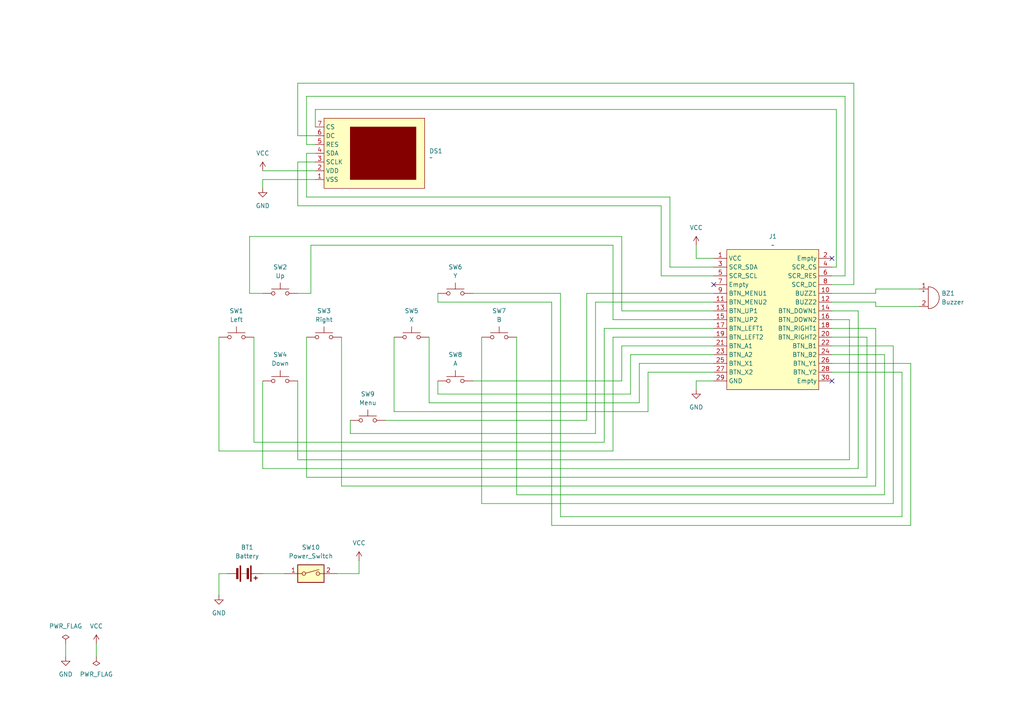
<source format=kicad_sch>
(kicad_sch (version 20250114) (generator "eeschema") (generator_version "9.0")
  (paper "A4")
  (title_block (title "ModuPlay main board") (date "2025-05-25"))
  (lib_symbols
    (symbol "Device:Battery" (pin_numbers (hide yes)) (pin_names (offset 0) (hide yes))
      (property "Reference" "BT" (at 2.54 2.54 0))
      (property "Value" "Battery" (at 2.54 0 0))
      (symbol "Battery_0_1"
        (rectangle (start -2.286 1.778) (end 2.286 1.524) (fill (type outline)))
        (rectangle (start -2.286 -1.27) (end 2.286 -1.524) (fill (type outline)))
        (rectangle (start -1.524 1.016) (end 1.524 0.508) (fill (type outline)))
        (rectangle (start -1.524 -2.032) (end 1.524 -2.54) (fill (type outline)))
        (polyline (pts (xy 0 1.778) (xy 0 2.54)))
        (polyline (pts (xy 0 0) (xy 0 0.254)))
        (polyline (pts (xy 0 -0.508) (xy 0 -0.254)))
        (polyline (pts (xy 0 -1.016) (xy 0 -0.762)))
        (polyline (pts (xy 0.762 3.048) (xy 1.778 3.048)) (stroke (width 0.254)))
        (polyline (pts (xy 1.27 3.556) (xy 1.27 2.54)) (stroke (width 0.254)))
      )
      (symbol "Battery_1_1"
        (pin passive line (at 0 5.08 270) (length 2.54) (name "+") (number "1"))
        (pin passive line (at 0 -5.08 90) (length 2.54) (name "-") (number "2"))
      )
    )
    (symbol "Device:Buzzer" (pin_names (offset 0.0254) (hide yes))
      (property "Reference" "BZ" (at 3.81 1.27 0))
      (property "Value" "Buzzer" (at 3.81 -1.27 0))
      (symbol "Buzzer_0_1"
        (polyline (pts (xy -1.651 1.905) (xy -1.143 1.905)))
        (polyline (pts (xy -1.397 2.159) (xy -1.397 1.651)))
        (arc (start 0 3.175) (mid 3.1612 0) (end 0 -3.175))
        (polyline (pts (xy 0 3.175) (xy 0 -3.175)))
      )
      (symbol "Buzzer_1_1"
        (pin passive line (at -2.54 2.54 0) (length 2.54) (name "+") (number "1"))
        (pin passive line (at -2.54 -2.54 0) (length 2.54) (name "-") (number "2"))
      )
    )
    (symbol "Switch:SW_DIP_x01" (pin_names (offset 0) (hide yes))
      (property "Reference" "SW" (at 0 3.81 0))
      (property "Value" "SW_DIP_x01" (at 0 -3.81 0))
      (symbol "SW_DIP_x01_0_0"
        (circle (center -2.032 0) (radius 0.508))
        (polyline (pts (xy -1.524 0.127) (xy 2.3622 1.1684)))
        (circle (center 2.032 0) (radius 0.508))
      )
      (symbol "SW_DIP_x01_0_1"
        (rectangle (start -3.81 2.54) (end 3.81 -2.54) (stroke (width 0.254)) (fill (type background)))
      )
      (symbol "SW_DIP_x01_1_1"
        (pin passive line (at -7.62 0 0) (length 5.08) (name "~") (number "1"))
        (pin passive line (at 7.62 0 180) (length 5.08) (name "~") (number "2"))
      )
    )
    (symbol "Switch:SW_Push" (pin_numbers (hide yes)) (pin_names (offset 1.016) (hide yes))
      (property "Reference" "SW" (at 1.27 2.54 0))
      (property "Value" "SW_Push" (at 0 -1.524 0))
      (symbol "SW_Push_0_1"
        (circle (center -2.032 0) (radius 0.508))
        (polyline (pts (xy 0 1.27) (xy 0 3.048)))
        (circle (center 2.032 0) (radius 0.508))
        (polyline (pts (xy 2.54 1.27) (xy -2.54 1.27)))
        (pin passive line (at -5.08 0 0) (length 2.54) (name "1") (number "1"))
        (pin passive line (at 5.08 0 180) (length 2.54) (name "2") (number "2"))
      )
    )
    (symbol "local:Edge_Connector_Slot"
      (property "Reference" "J" (at 1.016 22.352 0))
      (symbol "Edge_Connector_Slot_1_1"
        (rectangle (start -12.7 20.32) (end 13.97 -20.32) (fill (type background)))
        (pin power_in line (at -16.51 17.78 0) (length 3.81) (name "VCC") (number "1"))
        (pin passive line (at -16.51 15.24 0) (length 3.81) (name "SCR_SDA") (number "3"))
        (pin passive line (at -16.51 12.7 0) (length 3.81) (name "SCR_SCL") (number "5"))
        (pin passive line (at -16.51 10.16 0) (length 3.81) (name "Empty") (number "7"))
        (pin passive line (at -16.51 7.62 0) (length 3.81) (name "BTN_MENU1") (number "9"))
        (pin passive line (at -16.51 5.08 0) (length 3.81) (name "BTN_MENU2") (number "11"))
        (pin passive line (at -16.51 2.54 0) (length 3.81) (name "BTN_UP1") (number "13"))
        (pin passive line (at -16.51 0 0) (length 3.81) (name "BTN_UP2") (number "15"))
        (pin passive line (at -16.51 -2.54 0) (length 3.81) (name "BTN_LEFT1") (number "17"))
        (pin passive line (at -16.51 -5.08 0) (length 3.81) (name "BTN_LEFT2") (number "19"))
        (pin passive line (at -16.51 -7.62 0) (length 3.81) (name "BTN_A1") (number "21"))
        (pin passive line (at -16.51 -10.16 0) (length 3.81) (name "BTN_A2") (number "23"))
        (pin passive line (at -16.51 -12.7 0) (length 3.81) (name "BTN_X1") (number "25"))
        (pin passive line (at -16.51 -15.24 0) (length 3.81) (name "BTN_X2") (number "27"))
        (pin power_in line (at -16.51 -17.78 0) (length 3.81) (name "GND") (number "29"))
        (pin passive line (at 17.78 17.78 180) (length 3.81) (name "Empty") (number "2"))
        (pin passive line (at 17.78 15.24 180) (length 3.81) (name "SCR_CS") (number "4"))
        (pin passive line (at 17.78 12.7 180) (length 3.81) (name "SCR_RES") (number "6"))
        (pin passive line (at 17.78 10.16 180) (length 3.81) (name "SCR_DC") (number "8"))
        (pin passive line (at 17.78 7.62 180) (length 3.81) (name "BUZZ1") (number "10"))
        (pin passive line (at 17.78 5.08 180) (length 3.81) (name "BUZZ2") (number "12"))
        (pin passive line (at 17.78 2.54 180) (length 3.81) (name "BTN_DOWN1") (number "14"))
        (pin passive line (at 17.78 0 180) (length 3.81) (name "BTN_DOWN2") (number "16"))
        (pin passive line (at 17.78 -2.54 180) (length 3.81) (name "BTN_RIGHT1") (number "18"))
        (pin passive line (at 17.78 -5.08 180) (length 3.81) (name "BTN_RIGHT2") (number "20"))
        (pin passive line (at 17.78 -7.62 180) (length 3.81) (name "BTN_B1") (number "22"))
        (pin passive line (at 17.78 -10.16 180) (length 3.81) (name "BTN_B2") (number "24"))
        (pin passive line (at 17.78 -12.7 180) (length 3.81) (name "BTN_Y1") (number "26"))
        (pin passive line (at 17.78 -15.24 180) (length 3.81) (name "BTN_Y2") (number "28"))
        (pin passive line (at 17.78 -17.78 180) (length 3.81) (name "Empty") (number "30"))
      )
    )
    (symbol "local:OLED12864_SPI_SSD1309"
      (property "Reference" "DS" (at -12.446 11.176 0))
      (symbol "OLED12864_SPI_SSD1309_1_1"
        (rectangle (start -15.24 8.89) (end 13.97 -11.43) (fill (type background)))
        (rectangle (start -7.62 6.35) (end 11.43 -8.89) (fill (type outline)))
        (pin input line (at -17.78 6.35 0) (length 2.54) (name "CS") (number "7"))
        (pin input line (at -17.78 3.81 0) (length 2.54) (name "DC") (number "6"))
        (pin output line (at -17.78 1.27 0) (length 2.54) (name "RES") (number "5"))
        (pin bidirectional line (at -17.78 -1.27 0) (length 2.54) (name "SDA") (number "4"))
        (pin input line (at -17.78 -3.81 0) (length 2.54) (name "SCLK") (number "3"))
        (pin power_in line (at -17.78 -6.35 0) (length 2.54) (name "VDD") (number "2"))
        (pin power_in line (at -17.78 -8.89 0) (length 2.54) (name "VSS") (number "1"))
      )
    )
    (symbol "power:GND" (power) (pin_numbers (hide yes)) (pin_names (offset 0) (hide yes))
      (property "Value" "GND" (at 0 -3.81 0))
      (symbol "GND_0_1"
        (polyline (pts (xy 0 0) (xy 0 -1.27) (xy 1.27 -1.27) (xy 0 -2.54) (xy -1.27 -1.27) (xy 0 -1.27)))
      )
      (symbol "GND_1_1"
        (pin power_in line (at 0 0 270) (length 0) (name "~") (number "1"))
      )
    )
    (symbol "power:PWR_FLAG" (power) (pin_numbers (hide yes)) (pin_names (offset 0) (hide yes))
      (property "Value" "PWR_FLAG" (at 0 3.81 0))
      (symbol "PWR_FLAG_0_0"
        (pin power_out line (at 0 0 90) (length 0) (name "~") (number "1"))
      )
      (symbol "PWR_FLAG_0_1"
        (polyline (pts (xy 0 0) (xy 0 1.27) (xy -1.016 1.905) (xy 0 2.54) (xy 1.016 1.905) (xy 0 1.27)))
      )
    )
    (symbol "power:VCC" (power) (pin_numbers (hide yes)) (pin_names (offset 0) (hide yes))
      (property "Value" "VCC" (at 0 3.556 0))
      (symbol "VCC_0_1"
        (polyline (pts (xy -0.762 1.27) (xy 0 2.54)))
        (polyline (pts (xy 0 2.54) (xy 0.762 1.27)))
        (polyline (pts (xy 0 0) (xy 0 2.54)))
      )
      (symbol "VCC_1_1"
        (pin power_in line (at 0 0 90) (length 0) (name "~") (number "1"))
      )
    )
  )
  (no_connect (at 241.3 110.49))
  (no_connect (at 207.01 82.55))
  (no_connect (at 241.3 74.93))
  (wire (pts (xy 88.9 27.94) (xy 88.9 41.91)))
  (wire (pts (xy 86.36 133.35) (xy 246.38 133.35)))
  (wire (pts (xy 88.9 44.45) (xy 91.44 44.45)))
  (wire (pts (xy 86.36 85.09) (xy 90.17 85.09)))
  (wire (pts (xy 247.65 82.55) (xy 247.65 24.13)))
  (wire (pts (xy 76.2 49.53) (xy 91.44 49.53)))
  (wire (pts (xy 254 140.97) (xy 254 95.25)))
  (wire (pts (xy 63.5 130.81) (xy 177.8 130.81)))
  (wire (pts (xy 76.2 52.07) (xy 76.2 54.61)))
  (wire (pts (xy 172.72 87.63) (xy 207.01 87.63)))
  (wire (pts (xy 97.79 166.37) (xy 104.14 166.37)))
  (wire (pts (xy 72.39 85.09) (xy 72.39 68.58)))
  (wire (pts (xy 86.36 59.69) (xy 86.36 46.99)))
  (wire (pts (xy 259.08 146.05) (xy 259.08 100.33)))
  (wire (pts (xy 66.04 166.37) (xy 63.5 166.37)))
  (wire (pts (xy 256.54 143.51) (xy 256.54 102.87)))
  (wire (pts (xy 241.3 77.47) (xy 242.57 77.47)))
  (wire (pts (xy 177.8 97.79) (xy 207.01 97.79)))
  (wire (pts (xy 88.9 57.15) (xy 88.9 44.45)))
  (wire (pts (xy 180.34 90.17) (xy 207.01 90.17)))
  (wire (pts (xy 63.5 97.79) (xy 63.5 130.81)))
  (wire (pts (xy 254 95.25) (xy 241.3 95.25)))
  (wire (pts (xy 139.7 97.79) (xy 139.7 146.05)))
  (wire (pts (xy 162.56 149.86) (xy 261.62 149.86)))
  (wire (pts (xy 251.46 97.79) (xy 241.3 97.79)))
  (wire (pts (xy 86.36 46.99) (xy 91.44 46.99)))
  (wire (pts (xy 160.02 87.63) (xy 160.02 152.4)))
  (wire (pts (xy 149.86 143.51) (xy 256.54 143.51)))
  (wire (pts (xy 127 85.09) (xy 127 87.63)))
  (wire (pts (xy 194.31 57.15) (xy 88.9 57.15)))
  (wire (pts (xy 180.34 100.33) (xy 207.01 100.33)))
  (wire (pts (xy 191.77 80.01) (xy 191.77 59.69)))
  (wire (pts (xy 86.36 24.13) (xy 86.36 39.37)))
  (wire (pts (xy 185.42 105.41) (xy 207.01 105.41)))
  (wire (pts (xy 201.93 110.49) (xy 201.93 113.03)))
  (wire (pts (xy 127 87.63) (xy 160.02 87.63)))
  (wire (pts (xy 241.3 92.71) (xy 246.38 92.71)))
  (wire (pts (xy 241.3 85.09) (xy 254 85.09)))
  (wire (pts (xy 91.44 52.07) (xy 76.2 52.07)))
  (wire (pts (xy 264.16 152.4) (xy 264.16 105.41)))
  (wire (pts (xy 207.01 77.47) (xy 194.31 77.47)))
  (wire (pts (xy 90.17 71.12) (xy 177.8 71.12)))
  (wire (pts (xy 73.66 97.79) (xy 73.66 128.27)))
  (wire (pts (xy 207.01 80.01) (xy 191.77 80.01)))
  (wire (pts (xy 245.11 80.01) (xy 245.11 27.94)))
  (wire (pts (xy 127 110.49) (xy 127 114.3)))
  (wire (pts (xy 248.92 135.89) (xy 248.92 90.17)))
  (wire (pts (xy 177.8 92.71) (xy 207.01 92.71)))
  (wire (pts (xy 19.05 186.69) (xy 19.05 190.5)))
  (wire (pts (xy 177.8 130.81) (xy 177.8 97.79)))
  (wire (pts (xy 137.16 110.49) (xy 180.34 110.49)))
  (wire (pts (xy 86.36 39.37) (xy 91.44 39.37)))
  (wire (pts (xy 261.62 107.95) (xy 241.3 107.95)))
  (wire (pts (xy 187.96 107.95) (xy 207.01 107.95)))
  (wire (pts (xy 201.93 74.93) (xy 201.93 71.12)))
  (wire (pts (xy 242.57 77.47) (xy 242.57 31.75)))
  (wire (pts (xy 101.6 121.92) (xy 101.6 125.73)))
  (wire (pts (xy 180.34 110.49) (xy 180.34 100.33)))
  (wire (pts (xy 185.42 116.84) (xy 185.42 105.41)))
  (wire (pts (xy 259.08 100.33) (xy 241.3 100.33)))
  (wire (pts (xy 99.06 140.97) (xy 254 140.97)))
  (wire (pts (xy 72.39 85.09) (xy 76.2 85.09)))
  (wire (pts (xy 182.88 114.3) (xy 182.88 102.87)))
  (wire (pts (xy 160.02 152.4) (xy 264.16 152.4)))
  (wire (pts (xy 91.44 31.75) (xy 91.44 36.83)))
  (wire (pts (xy 254 87.63) (xy 254 88.9)))
  (wire (pts (xy 175.26 128.27) (xy 175.26 95.25)))
  (wire (pts (xy 177.8 71.12) (xy 177.8 92.71)))
  (wire (pts (xy 149.86 97.79) (xy 149.86 143.51)))
  (wire (pts (xy 88.9 97.79) (xy 88.9 138.43)))
  (wire (pts (xy 76.2 135.89) (xy 248.92 135.89)))
  (wire (pts (xy 90.17 85.09) (xy 90.17 71.12)))
  (wire (pts (xy 194.31 77.47) (xy 194.31 57.15)))
  (wire (pts (xy 124.46 116.84) (xy 185.42 116.84)))
  (wire (pts (xy 207.01 74.93) (xy 201.93 74.93)))
  (wire (pts (xy 104.14 166.37) (xy 104.14 162.56)))
  (wire (pts (xy 264.16 105.41) (xy 241.3 105.41)))
  (wire (pts (xy 88.9 138.43) (xy 251.46 138.43)))
  (wire (pts (xy 256.54 102.87) (xy 241.3 102.87)))
  (wire (pts (xy 247.65 24.13) (xy 86.36 24.13)))
  (wire (pts (xy 191.77 59.69) (xy 86.36 59.69)))
  (wire (pts (xy 170.18 85.09) (xy 207.01 85.09)))
  (wire (pts (xy 246.38 133.35) (xy 246.38 92.71)))
  (wire (pts (xy 111.76 121.92) (xy 170.18 121.92)))
  (wire (pts (xy 114.3 97.79) (xy 114.3 119.38)))
  (wire (pts (xy 241.3 87.63) (xy 254 87.63)))
  (wire (pts (xy 182.88 102.87) (xy 207.01 102.87)))
  (wire (pts (xy 254 88.9) (xy 266.7 88.9)))
  (wire (pts (xy 86.36 110.49) (xy 86.36 133.35)))
  (wire (pts (xy 175.26 95.25) (xy 207.01 95.25)))
  (wire (pts (xy 27.94 186.69) (xy 27.94 190.5)))
  (wire (pts (xy 254 83.82) (xy 266.7 83.82)))
  (wire (pts (xy 137.16 85.09) (xy 162.56 85.09)))
  (wire (pts (xy 63.5 166.37) (xy 63.5 172.72)))
  (wire (pts (xy 72.39 68.58) (xy 180.34 68.58)))
  (wire (pts (xy 76.2 166.37) (xy 82.55 166.37)))
  (wire (pts (xy 124.46 97.79) (xy 124.46 116.84)))
  (wire (pts (xy 242.57 31.75) (xy 91.44 31.75)))
  (wire (pts (xy 241.3 80.01) (xy 245.11 80.01)))
  (wire (pts (xy 207.01 110.49) (xy 201.93 110.49)))
  (wire (pts (xy 180.34 68.58) (xy 180.34 90.17)))
  (wire (pts (xy 88.9 41.91) (xy 91.44 41.91)))
  (wire (pts (xy 99.06 97.79) (xy 99.06 140.97)))
  (wire (pts (xy 261.62 149.86) (xy 261.62 107.95)))
  (wire (pts (xy 172.72 125.73) (xy 172.72 87.63)))
  (wire (pts (xy 241.3 82.55) (xy 247.65 82.55)))
  (wire (pts (xy 139.7 146.05) (xy 259.08 146.05)))
  (wire (pts (xy 73.66 128.27) (xy 175.26 128.27)))
  (wire (pts (xy 245.11 27.94) (xy 88.9 27.94)))
  (wire (pts (xy 162.56 85.09) (xy 162.56 149.86)))
  (wire (pts (xy 170.18 121.92) (xy 170.18 85.09)))
  (wire (pts (xy 248.92 90.17) (xy 241.3 90.17)))
  (wire (pts (xy 187.96 119.38) (xy 187.96 107.95)))
  (wire (pts (xy 101.6 125.73) (xy 172.72 125.73)))
  (wire (pts (xy 127 114.3) (xy 182.88 114.3)))
  (wire (pts (xy 114.3 119.38) (xy 187.96 119.38)))
  (wire (pts (xy 251.46 138.43) (xy 251.46 97.79)))
  (wire (pts (xy 76.2 110.49) (xy 76.2 135.89)))
  (wire (pts (xy 254 85.09) (xy 254 83.82)))
  (symbol (lib_id "Switch:SW_Push") (at 93.98 97.79 0) (unit 1)
    (property "Reference" "SW3" (at 93.98 90.17 0))
    (property "Value" "Right" (at 93.98 92.71 0))
    (property "Footprint" "Button_Switch_THT:SW_PUSH_6mm_H5mm" (effects (hide yes)))
    (property "Description" "Push button switch, generic, two pins" (effects (hide yes)))
  )
  (symbol (lib_id "Switch:SW_Push") (at 132.08 85.09 0) (unit 1)
    (property "Reference" "SW6" (at 132.08 77.47 0))
    (property "Value" "Y" (at 132.08 80.01 0))
    (property "Footprint" "Button_Switch_THT:SW_PUSH_6mm_H5mm" (effects (hide yes)))
    (property "Description" "Push button switch, generic, two pins" (effects (hide yes)))
  )
  (symbol (lib_id "power:PWR_FLAG") (at 19.05 186.69 0) (unit 1)
    (property "Reference" "#FLG01" (effects (hide yes)))
    (property "Value" "PWR_FLAG" (at 19.05 181.61 0))
    (property "Description" "Special symbol for telling ERC where power comes from" (effects (hide yes)))
  )
  (symbol (lib_id "Device:Buzzer") (at 269.24 86.36 0) (unit 1)
    (property "Reference" "BZ1" (at 273.05 85.0899 0) (effects (justify left)))
    (property "Value" "Buzzer" (at 273.05 87.6299 0) (effects (justify left)))
    (property "Footprint" "Buzzer_Beeper:Buzzer_12x9.5RM7.6" (effects (hide yes)))
    (property "Description" "Buzzer, polarized" (effects (hide yes)))
  )
  (symbol (lib_id "power:GND") (at 76.2 54.61 0) (unit 1)
    (property "Reference" "#PWR05" (effects (hide yes)))
    (property "Value" "GND" (at 76.2 59.69 0))
    (property "Description" "Power symbol creates a global label with name \"GND\" , ground" (effects (hide yes)))
  )
  (symbol (lib_id "power:VCC") (at 76.2 49.53 0) (unit 1)
    (property "Reference" "#PWR06" (effects (hide yes)))
    (property "Value" "VCC" (at 76.2 44.45 0))
    (property "Description" "Power symbol creates a global label with name \"VCC\"" (effects (hide yes)))
  )
  (symbol (lib_id "Switch:SW_Push") (at 106.68 121.92 0) (unit 1)
    (property "Reference" "SW9" (at 106.68 114.3 0))
    (property "Value" "Menu" (at 106.68 116.84 0))
    (property "Footprint" "Button_Switch_THT:SW_PUSH_6mm_H5mm" (effects (hide yes)))
    (property "Description" "Push button switch, generic, two pins" (effects (hide yes)))
  )
  (symbol (lib_id "Switch:SW_DIP_x01") (at 90.17 166.37 0) (unit 1)
    (property "Reference" "SW10" (at 90.17 158.75 0))
    (property "Value" "Power_Switch" (at 90.17 161.29 0))
    (property "Footprint" "local:Power_Switch" (effects (hide yes)))
    (property "Description" "1x DIP Switch, Single Pole Single Throw (SPST) switch, small symbol" (effects (hide yes)))
  )
  (symbol (lib_id "power:GND") (at 201.93 113.03 0) (unit 1)
    (property "Reference" "#PWR04" (effects (hide yes)))
    (property "Value" "GND" (at 201.93 118.11 0))
    (property "Description" "Power symbol creates a global label with name \"GND\" , ground" (effects (hide yes)))
  )
  (symbol (lib_id "power:VCC") (at 104.14 162.56 0) (unit 1)
    (property "Reference" "#PWR02" (effects (hide yes)))
    (property "Value" "VCC" (at 104.14 157.48 0))
    (property "Description" "Power symbol creates a global label with name \"VCC\"" (effects (hide yes)))
  )
  (symbol (lib_id "Switch:SW_Push") (at 81.28 85.09 0) (unit 1)
    (property "Reference" "SW2" (at 81.28 77.47 0))
    (property "Value" "Up" (at 81.28 80.01 0))
    (property "Footprint" "Button_Switch_THT:SW_PUSH_6mm_H5mm" (effects (hide yes)))
    (property "Description" "Push button switch, generic, two pins" (effects (hide yes)))
  )
  (symbol (lib_id "Switch:SW_Push") (at 68.58 97.79 0) (unit 1)
    (property "Reference" "SW1" (at 68.58 90.17 0))
    (property "Value" "Left" (at 68.58 92.71 0))
    (property "Footprint" "Button_Switch_THT:SW_PUSH_6mm_H5mm" (effects (hide yes)))
    (property "Description" "Push button switch, generic, two pins" (effects (hide yes)))
  )
  (symbol (lib_id "power:GND") (at 19.05 190.5 0) (unit 1)
    (property "Reference" "#PWR07" (effects (hide yes)))
    (property "Value" "GND" (at 19.05 195.58 0))
    (property "Description" "Power symbol creates a global label with name \"GND\" , ground" (effects (hide yes)))
  )
  (symbol (lib_id "power:PWR_FLAG") (at 27.94 190.5 180) (unit 1)
    (property "Reference" "#FLG02" (effects (hide yes)))
    (property "Value" "PWR_FLAG" (at 27.94 195.58 0))
    (property "Description" "Special symbol for telling ERC where power comes from" (effects (hide yes)))
  )
  (symbol (lib_id "power:VCC") (at 27.94 186.69 0) (unit 1)
    (property "Reference" "#PWR08" (effects (hide yes)))
    (property "Value" "VCC" (at 27.94 181.61 0))
    (property "Description" "Power symbol creates a global label with name \"VCC\"" (effects (hide yes)))
  )
  (symbol (lib_id "local:Edge_Connector_Slot") (at 223.52 92.71 0) (unit 1)
    (property "Reference" "J1" (at 224.155 68.58 0))
    (property "Value" "~" (at 224.155 71.12 0))
    (property "Footprint" "local:Edge_Connector_Slot" (effects (hide yes)))
  )
  (symbol (lib_id "power:VCC") (at 201.93 71.12 0) (unit 1)
    (property "Reference" "#PWR03" (effects (hide yes)))
    (property "Value" "VCC" (at 201.93 66.04 0))
    (property "Description" "Power symbol creates a global label with name \"VCC\"" (effects (hide yes)))
  )
  (symbol (lib_id "Switch:SW_Push") (at 132.08 110.49 0) (unit 1)
    (property "Reference" "SW8" (at 132.08 102.87 0))
    (property "Value" "A" (at 132.08 105.41 0))
    (property "Footprint" "Button_Switch_THT:SW_PUSH_6mm_H5mm" (effects (hide yes)))
    (property "Description" "Push button switch, generic, two pins" (effects (hide yes)))
  )
  (symbol (lib_id "Switch:SW_Push") (at 119.38 97.79 0) (unit 1)
    (property "Reference" "SW5" (at 119.38 90.17 0))
    (property "Value" "X" (at 119.38 92.71 0))
    (property "Footprint" "Button_Switch_THT:SW_PUSH_6mm_H5mm" (effects (hide yes)))
    (property "Description" "Push button switch, generic, two pins" (effects (hide yes)))
  )
  (symbol (lib_id "power:GND") (at 63.5 172.72 0) (unit 1)
    (property "Reference" "#PWR01" (effects (hide yes)))
    (property "Value" "GND" (at 63.5 177.8 0))
    (property "Description" "Power symbol creates a global label with name \"GND\" , ground" (effects (hide yes)))
  )
  (symbol (lib_id "local:OLED12864_SPI_SSD1309") (at 109.22 43.18 0) (unit 1)
    (property "Reference" "DS1" (at 124.46 43.8149 0) (effects (justify left)))
    (property "Value" "~" (at 124.46 45.72 0) (effects (justify left)))
    (property "Footprint" "local:Screen_Port" (effects (hide yes)))
  )
  (symbol (lib_id "Switch:SW_Push") (at 81.28 110.49 0) (unit 1)
    (property "Reference" "SW4" (at 81.28 102.87 0))
    (property "Value" "Down" (at 81.28 105.41 0))
    (property "Footprint" "Button_Switch_THT:SW_PUSH_6mm_H5mm" (effects (hide yes)))
    (property "Description" "Push button switch, generic, two pins" (effects (hide yes)))
  )
  (symbol (lib_id "Switch:SW_Push") (at 144.78 97.79 0) (unit 1)
    (property "Reference" "SW7" (at 144.78 90.17 0))
    (property "Value" "B" (at 144.78 92.71 0))
    (property "Footprint" "Button_Switch_THT:SW_PUSH_6mm_H5mm" (effects (hide yes)))
    (property "Description" "Push button switch, generic, two pins" (effects (hide yes)))
  )
  (symbol (lib_id "Device:Battery") (at 71.12 166.37 270) (unit 1)
    (property "Reference" "BT1" (at 71.6915 158.75 90))
    (property "Value" "Battery" (at 71.6915 161.29 90))
    (property "Footprint" "local:Power_Port" (effects (hide yes)))
    (property "Description" "Multiple-cell battery" (effects (hide yes)))
  )
)
</source>
